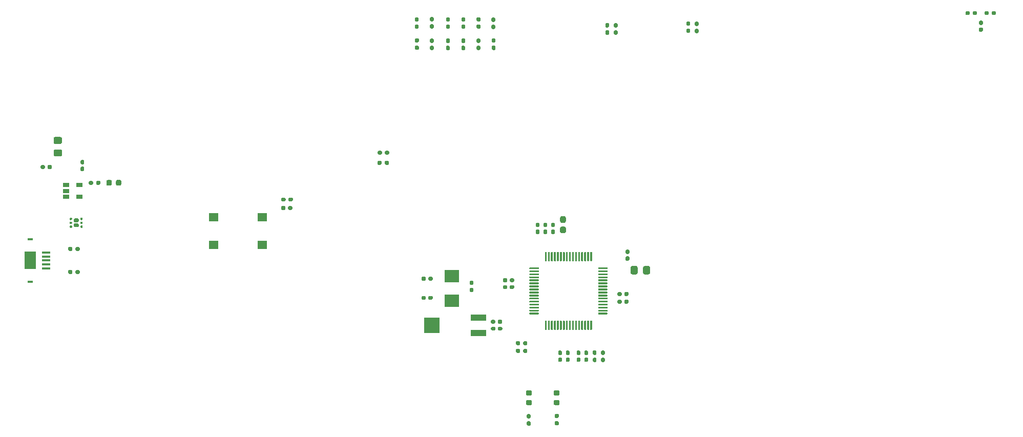
<source format=gbp>
G04 #@! TF.GenerationSoftware,KiCad,Pcbnew,(5.1.9)-1*
G04 #@! TF.CreationDate,2021-06-08T08:05:01+01:00*
G04 #@! TF.ProjectId,LED_Board,4c45445f-426f-4617-9264-2e6b69636164,rev?*
G04 #@! TF.SameCoordinates,Original*
G04 #@! TF.FileFunction,Paste,Bot*
G04 #@! TF.FilePolarity,Positive*
%FSLAX46Y46*%
G04 Gerber Fmt 4.6, Leading zero omitted, Abs format (unit mm)*
G04 Created by KiCad (PCBNEW (5.1.9)-1) date 2021-06-08 08:05:01*
%MOMM*%
%LPD*%
G01*
G04 APERTURE LIST*
%ADD10R,1.350000X0.400000*%
%ADD11R,1.900000X2.900000*%
%ADD12R,0.850000X0.300000*%
%ADD13R,1.060000X0.650000*%
%ADD14R,2.500000X2.500000*%
%ADD15R,2.500000X1.000000*%
%ADD16R,2.400000X2.000000*%
%ADD17R,1.600000X1.400000*%
G04 APERTURE END LIST*
D10*
X73617200Y-131894100D03*
X73617200Y-131244100D03*
X73617200Y-130594100D03*
X73617200Y-129294100D03*
X73617200Y-129944100D03*
D11*
X70942200Y-130594100D03*
D12*
X70942200Y-127094100D03*
X70942200Y-134094100D03*
G36*
G01*
X166491900Y-93284000D02*
X166171900Y-93284000D01*
G75*
G02*
X166011900Y-93124000I0J160000D01*
G01*
X166011900Y-92729000D01*
G75*
G02*
X166171900Y-92569000I160000J0D01*
G01*
X166491900Y-92569000D01*
G75*
G02*
X166651900Y-92729000I0J-160000D01*
G01*
X166651900Y-93124000D01*
G75*
G02*
X166491900Y-93284000I-160000J0D01*
G01*
G37*
G36*
G01*
X166491900Y-92089000D02*
X166171900Y-92089000D01*
G75*
G02*
X166011900Y-91929000I0J160000D01*
G01*
X166011900Y-91534000D01*
G75*
G02*
X166171900Y-91374000I160000J0D01*
G01*
X166491900Y-91374000D01*
G75*
G02*
X166651900Y-91534000I0J-160000D01*
G01*
X166651900Y-91929000D01*
G75*
G02*
X166491900Y-92089000I-160000J0D01*
G01*
G37*
G36*
G01*
X167568900Y-92569000D02*
X167888900Y-92569000D01*
G75*
G02*
X168048900Y-92729000I0J-160000D01*
G01*
X168048900Y-93124000D01*
G75*
G02*
X167888900Y-93284000I-160000J0D01*
G01*
X167568900Y-93284000D01*
G75*
G02*
X167408900Y-93124000I0J160000D01*
G01*
X167408900Y-92729000D01*
G75*
G02*
X167568900Y-92569000I160000J0D01*
G01*
G37*
G36*
G01*
X167568900Y-91374000D02*
X167888900Y-91374000D01*
G75*
G02*
X168048900Y-91534000I0J-160000D01*
G01*
X168048900Y-91929000D01*
G75*
G02*
X167888900Y-92089000I-160000J0D01*
G01*
X167568900Y-92089000D01*
G75*
G02*
X167408900Y-91929000I0J160000D01*
G01*
X167408900Y-91534000D01*
G75*
G02*
X167568900Y-91374000I160000J0D01*
G01*
G37*
G36*
G01*
X169135400Y-136299000D02*
X169135400Y-135989000D01*
G75*
G02*
X169290400Y-135834000I155000J0D01*
G01*
X169715400Y-135834000D01*
G75*
G02*
X169870400Y-135989000I0J-155000D01*
G01*
X169870400Y-136299000D01*
G75*
G02*
X169715400Y-136454000I-155000J0D01*
G01*
X169290400Y-136454000D01*
G75*
G02*
X169135400Y-136299000I0J155000D01*
G01*
G37*
G36*
G01*
X168000400Y-136299000D02*
X168000400Y-135989000D01*
G75*
G02*
X168155400Y-135834000I155000J0D01*
G01*
X168580400Y-135834000D01*
G75*
G02*
X168735400Y-135989000I0J-155000D01*
G01*
X168735400Y-136299000D01*
G75*
G02*
X168580400Y-136454000I-155000J0D01*
G01*
X168155400Y-136454000D01*
G75*
G02*
X168000400Y-136299000I0J155000D01*
G01*
G37*
G36*
G01*
X149812400Y-134846000D02*
X149812400Y-135156000D01*
G75*
G02*
X149657400Y-135311000I-155000J0D01*
G01*
X149232400Y-135311000D01*
G75*
G02*
X149077400Y-135156000I0J155000D01*
G01*
X149077400Y-134846000D01*
G75*
G02*
X149232400Y-134691000I155000J0D01*
G01*
X149657400Y-134691000D01*
G75*
G02*
X149812400Y-134846000I0J-155000D01*
G01*
G37*
G36*
G01*
X150947400Y-134846000D02*
X150947400Y-135156000D01*
G75*
G02*
X150792400Y-135311000I-155000J0D01*
G01*
X150367400Y-135311000D01*
G75*
G02*
X150212400Y-135156000I0J155000D01*
G01*
X150212400Y-134846000D01*
G75*
G02*
X150367400Y-134691000I155000J0D01*
G01*
X150792400Y-134691000D01*
G75*
G02*
X150947400Y-134846000I0J-155000D01*
G01*
G37*
G36*
G01*
X168000400Y-137569000D02*
X168000400Y-137259000D01*
G75*
G02*
X168155400Y-137104000I155000J0D01*
G01*
X168580400Y-137104000D01*
G75*
G02*
X168735400Y-137259000I0J-155000D01*
G01*
X168735400Y-137569000D01*
G75*
G02*
X168580400Y-137724000I-155000J0D01*
G01*
X168155400Y-137724000D01*
G75*
G02*
X168000400Y-137569000I0J155000D01*
G01*
G37*
G36*
G01*
X169135400Y-137569000D02*
X169135400Y-137259000D01*
G75*
G02*
X169290400Y-137104000I155000J0D01*
G01*
X169715400Y-137104000D01*
G75*
G02*
X169870400Y-137259000I0J-155000D01*
G01*
X169870400Y-137569000D01*
G75*
G02*
X169715400Y-137724000I-155000J0D01*
G01*
X169290400Y-137724000D01*
G75*
G02*
X169135400Y-137569000I0J155000D01*
G01*
G37*
G36*
G01*
X158366400Y-146631000D02*
X158676400Y-146631000D01*
G75*
G02*
X158831400Y-146786000I0J-155000D01*
G01*
X158831400Y-147211000D01*
G75*
G02*
X158676400Y-147366000I-155000J0D01*
G01*
X158366400Y-147366000D01*
G75*
G02*
X158211400Y-147211000I0J155000D01*
G01*
X158211400Y-146786000D01*
G75*
G02*
X158366400Y-146631000I155000J0D01*
G01*
G37*
G36*
G01*
X158366400Y-145496000D02*
X158676400Y-145496000D01*
G75*
G02*
X158831400Y-145651000I0J-155000D01*
G01*
X158831400Y-146076000D01*
G75*
G02*
X158676400Y-146231000I-155000J0D01*
G01*
X158366400Y-146231000D01*
G75*
G02*
X158211400Y-146076000I0J155000D01*
G01*
X158211400Y-145651000D01*
G75*
G02*
X158366400Y-145496000I155000J0D01*
G01*
G37*
G36*
G01*
X137485400Y-136624000D02*
X137485400Y-136934000D01*
G75*
G02*
X137330400Y-137089000I-155000J0D01*
G01*
X136905400Y-137089000D01*
G75*
G02*
X136750400Y-136934000I0J155000D01*
G01*
X136750400Y-136624000D01*
G75*
G02*
X136905400Y-136469000I155000J0D01*
G01*
X137330400Y-136469000D01*
G75*
G02*
X137485400Y-136624000I0J-155000D01*
G01*
G37*
G36*
G01*
X136350400Y-136624000D02*
X136350400Y-136934000D01*
G75*
G02*
X136195400Y-137089000I-155000J0D01*
G01*
X135770400Y-137089000D01*
G75*
G02*
X135615400Y-136934000I0J155000D01*
G01*
X135615400Y-136624000D01*
G75*
G02*
X135770400Y-136469000I155000J0D01*
G01*
X136195400Y-136469000D01*
G75*
G02*
X136350400Y-136624000I0J-155000D01*
G01*
G37*
G36*
G01*
X159254200Y-126089700D02*
X158779200Y-126089700D01*
G75*
G02*
X158541700Y-125852200I0J237500D01*
G01*
X158541700Y-125252200D01*
G75*
G02*
X158779200Y-125014700I237500J0D01*
G01*
X159254200Y-125014700D01*
G75*
G02*
X159491700Y-125252200I0J-237500D01*
G01*
X159491700Y-125852200D01*
G75*
G02*
X159254200Y-126089700I-237500J0D01*
G01*
G37*
G36*
G01*
X159254200Y-124364700D02*
X158779200Y-124364700D01*
G75*
G02*
X158541700Y-124127200I0J237500D01*
G01*
X158541700Y-123527200D01*
G75*
G02*
X158779200Y-123289700I237500J0D01*
G01*
X159254200Y-123289700D01*
G75*
G02*
X159491700Y-123527200I0J-237500D01*
G01*
X159491700Y-124127200D01*
G75*
G02*
X159254200Y-124364700I-237500J0D01*
G01*
G37*
G36*
G01*
X136350400Y-133449000D02*
X136350400Y-133759000D01*
G75*
G02*
X136195400Y-133914000I-155000J0D01*
G01*
X135770400Y-133914000D01*
G75*
G02*
X135615400Y-133759000I0J155000D01*
G01*
X135615400Y-133449000D01*
G75*
G02*
X135770400Y-133294000I155000J0D01*
G01*
X136195400Y-133294000D01*
G75*
G02*
X136350400Y-133449000I0J-155000D01*
G01*
G37*
G36*
G01*
X137485400Y-133449000D02*
X137485400Y-133759000D01*
G75*
G02*
X137330400Y-133914000I-155000J0D01*
G01*
X136905400Y-133914000D01*
G75*
G02*
X136750400Y-133759000I0J155000D01*
G01*
X136750400Y-133449000D01*
G75*
G02*
X136905400Y-133294000I155000J0D01*
G01*
X137330400Y-133294000D01*
G75*
G02*
X137485400Y-133449000I0J-155000D01*
G01*
G37*
G36*
G01*
X148247900Y-142014000D02*
X148247900Y-141704000D01*
G75*
G02*
X148402900Y-141549000I155000J0D01*
G01*
X148827900Y-141549000D01*
G75*
G02*
X148982900Y-141704000I0J-155000D01*
G01*
X148982900Y-142014000D01*
G75*
G02*
X148827900Y-142169000I-155000J0D01*
G01*
X148402900Y-142169000D01*
G75*
G02*
X148247900Y-142014000I0J155000D01*
G01*
G37*
G36*
G01*
X147112900Y-142014000D02*
X147112900Y-141704000D01*
G75*
G02*
X147267900Y-141549000I155000J0D01*
G01*
X147692900Y-141549000D01*
G75*
G02*
X147847900Y-141704000I0J-155000D01*
G01*
X147847900Y-142014000D01*
G75*
G02*
X147692900Y-142169000I-155000J0D01*
G01*
X147267900Y-142169000D01*
G75*
G02*
X147112900Y-142014000I0J155000D01*
G01*
G37*
G36*
G01*
X162684400Y-146631000D02*
X162994400Y-146631000D01*
G75*
G02*
X163149400Y-146786000I0J-155000D01*
G01*
X163149400Y-147211000D01*
G75*
G02*
X162994400Y-147366000I-155000J0D01*
G01*
X162684400Y-147366000D01*
G75*
G02*
X162529400Y-147211000I0J155000D01*
G01*
X162529400Y-146786000D01*
G75*
G02*
X162684400Y-146631000I155000J0D01*
G01*
G37*
G36*
G01*
X162684400Y-145496000D02*
X162994400Y-145496000D01*
G75*
G02*
X163149400Y-145651000I0J-155000D01*
G01*
X163149400Y-146076000D01*
G75*
G02*
X162994400Y-146231000I-155000J0D01*
G01*
X162684400Y-146231000D01*
G75*
G02*
X162529400Y-146076000I0J155000D01*
G01*
X162529400Y-145651000D01*
G75*
G02*
X162684400Y-145496000I155000J0D01*
G01*
G37*
G36*
G01*
X148974900Y-140561000D02*
X148974900Y-140871000D01*
G75*
G02*
X148819900Y-141026000I-155000J0D01*
G01*
X148394900Y-141026000D01*
G75*
G02*
X148239900Y-140871000I0J155000D01*
G01*
X148239900Y-140561000D01*
G75*
G02*
X148394900Y-140406000I155000J0D01*
G01*
X148819900Y-140406000D01*
G75*
G02*
X148974900Y-140561000I0J-155000D01*
G01*
G37*
G36*
G01*
X147839900Y-140561000D02*
X147839900Y-140871000D01*
G75*
G02*
X147684900Y-141026000I-155000J0D01*
G01*
X147259900Y-141026000D01*
G75*
G02*
X147104900Y-140871000I0J155000D01*
G01*
X147104900Y-140561000D01*
G75*
G02*
X147259900Y-140406000I155000J0D01*
G01*
X147684900Y-140406000D01*
G75*
G02*
X147839900Y-140561000I0J-155000D01*
G01*
G37*
G36*
G01*
X157520700Y-126233200D02*
X157210700Y-126233200D01*
G75*
G02*
X157055700Y-126078200I0J155000D01*
G01*
X157055700Y-125653200D01*
G75*
G02*
X157210700Y-125498200I155000J0D01*
G01*
X157520700Y-125498200D01*
G75*
G02*
X157675700Y-125653200I0J-155000D01*
G01*
X157675700Y-126078200D01*
G75*
G02*
X157520700Y-126233200I-155000J0D01*
G01*
G37*
G36*
G01*
X157520700Y-125098200D02*
X157210700Y-125098200D01*
G75*
G02*
X157055700Y-124943200I0J155000D01*
G01*
X157055700Y-124518200D01*
G75*
G02*
X157210700Y-124363200I155000J0D01*
G01*
X157520700Y-124363200D01*
G75*
G02*
X157675700Y-124518200I0J-155000D01*
G01*
X157675700Y-124943200D01*
G75*
G02*
X157520700Y-125098200I-155000J0D01*
G01*
G37*
G36*
G01*
X161414400Y-146631000D02*
X161724400Y-146631000D01*
G75*
G02*
X161879400Y-146786000I0J-155000D01*
G01*
X161879400Y-147211000D01*
G75*
G02*
X161724400Y-147366000I-155000J0D01*
G01*
X161414400Y-147366000D01*
G75*
G02*
X161259400Y-147211000I0J155000D01*
G01*
X161259400Y-146786000D01*
G75*
G02*
X161414400Y-146631000I155000J0D01*
G01*
G37*
G36*
G01*
X161414400Y-145496000D02*
X161724400Y-145496000D01*
G75*
G02*
X161879400Y-145651000I0J-155000D01*
G01*
X161879400Y-146076000D01*
G75*
G02*
X161724400Y-146231000I-155000J0D01*
G01*
X161414400Y-146231000D01*
G75*
G02*
X161259400Y-146076000I0J155000D01*
G01*
X161259400Y-145651000D01*
G75*
G02*
X161414400Y-145496000I155000J0D01*
G01*
G37*
G36*
G01*
X169827000Y-130652800D02*
X169517000Y-130652800D01*
G75*
G02*
X169362000Y-130497800I0J155000D01*
G01*
X169362000Y-130072800D01*
G75*
G02*
X169517000Y-129917800I155000J0D01*
G01*
X169827000Y-129917800D01*
G75*
G02*
X169982000Y-130072800I0J-155000D01*
G01*
X169982000Y-130497800D01*
G75*
G02*
X169827000Y-130652800I-155000J0D01*
G01*
G37*
G36*
G01*
X169827000Y-129517800D02*
X169517000Y-129517800D01*
G75*
G02*
X169362000Y-129362800I0J155000D01*
G01*
X169362000Y-128937800D01*
G75*
G02*
X169517000Y-128782800I155000J0D01*
G01*
X169827000Y-128782800D01*
G75*
G02*
X169982000Y-128937800I0J-155000D01*
G01*
X169982000Y-129362800D01*
G75*
G02*
X169827000Y-129517800I-155000J0D01*
G01*
G37*
G36*
G01*
X156250700Y-126233200D02*
X155940700Y-126233200D01*
G75*
G02*
X155785700Y-126078200I0J155000D01*
G01*
X155785700Y-125653200D01*
G75*
G02*
X155940700Y-125498200I155000J0D01*
G01*
X156250700Y-125498200D01*
G75*
G02*
X156405700Y-125653200I0J-155000D01*
G01*
X156405700Y-126078200D01*
G75*
G02*
X156250700Y-126233200I-155000J0D01*
G01*
G37*
G36*
G01*
X156250700Y-125098200D02*
X155940700Y-125098200D01*
G75*
G02*
X155785700Y-124943200I0J155000D01*
G01*
X155785700Y-124518200D01*
G75*
G02*
X155940700Y-124363200I155000J0D01*
G01*
X156250700Y-124363200D01*
G75*
G02*
X156405700Y-124518200I0J-155000D01*
G01*
X156405700Y-124943200D01*
G75*
G02*
X156250700Y-125098200I-155000J0D01*
G01*
G37*
G36*
G01*
X150947400Y-133703000D02*
X150947400Y-134013000D01*
G75*
G02*
X150792400Y-134168000I-155000J0D01*
G01*
X150367400Y-134168000D01*
G75*
G02*
X150212400Y-134013000I0J155000D01*
G01*
X150212400Y-133703000D01*
G75*
G02*
X150367400Y-133548000I155000J0D01*
G01*
X150792400Y-133548000D01*
G75*
G02*
X150947400Y-133703000I0J-155000D01*
G01*
G37*
G36*
G01*
X149812400Y-133703000D02*
X149812400Y-134013000D01*
G75*
G02*
X149657400Y-134168000I-155000J0D01*
G01*
X149232400Y-134168000D01*
G75*
G02*
X149077400Y-134013000I0J155000D01*
G01*
X149077400Y-133703000D01*
G75*
G02*
X149232400Y-133548000I155000J0D01*
G01*
X149657400Y-133548000D01*
G75*
G02*
X149812400Y-133703000I0J-155000D01*
G01*
G37*
G36*
G01*
X159636400Y-146631000D02*
X159946400Y-146631000D01*
G75*
G02*
X160101400Y-146786000I0J-155000D01*
G01*
X160101400Y-147211000D01*
G75*
G02*
X159946400Y-147366000I-155000J0D01*
G01*
X159636400Y-147366000D01*
G75*
G02*
X159481400Y-147211000I0J155000D01*
G01*
X159481400Y-146786000D01*
G75*
G02*
X159636400Y-146631000I155000J0D01*
G01*
G37*
G36*
G01*
X159636400Y-145496000D02*
X159946400Y-145496000D01*
G75*
G02*
X160101400Y-145651000I0J-155000D01*
G01*
X160101400Y-146076000D01*
G75*
G02*
X159946400Y-146231000I-155000J0D01*
G01*
X159636400Y-146231000D01*
G75*
G02*
X159481400Y-146076000I0J155000D01*
G01*
X159481400Y-145651000D01*
G75*
G02*
X159636400Y-145496000I155000J0D01*
G01*
G37*
G36*
G01*
X227937000Y-90949500D02*
X228247000Y-90949500D01*
G75*
G02*
X228402000Y-91104500I0J-155000D01*
G01*
X228402000Y-91529500D01*
G75*
G02*
X228247000Y-91684500I-155000J0D01*
G01*
X227937000Y-91684500D01*
G75*
G02*
X227782000Y-91529500I0J155000D01*
G01*
X227782000Y-91104500D01*
G75*
G02*
X227937000Y-90949500I155000J0D01*
G01*
G37*
G36*
G01*
X227937000Y-92084500D02*
X228247000Y-92084500D01*
G75*
G02*
X228402000Y-92239500I0J-155000D01*
G01*
X228402000Y-92664500D01*
G75*
G02*
X228247000Y-92819500I-155000J0D01*
G01*
X227937000Y-92819500D01*
G75*
G02*
X227782000Y-92664500I0J155000D01*
G01*
X227782000Y-92239500D01*
G75*
G02*
X227937000Y-92084500I155000J0D01*
G01*
G37*
G36*
G01*
X154980700Y-126233200D02*
X154670700Y-126233200D01*
G75*
G02*
X154515700Y-126078200I0J155000D01*
G01*
X154515700Y-125653200D01*
G75*
G02*
X154670700Y-125498200I155000J0D01*
G01*
X154980700Y-125498200D01*
G75*
G02*
X155135700Y-125653200I0J-155000D01*
G01*
X155135700Y-126078200D01*
G75*
G02*
X154980700Y-126233200I-155000J0D01*
G01*
G37*
G36*
G01*
X154980700Y-125098200D02*
X154670700Y-125098200D01*
G75*
G02*
X154515700Y-124943200I0J155000D01*
G01*
X154515700Y-124518200D01*
G75*
G02*
X154670700Y-124363200I155000J0D01*
G01*
X154980700Y-124363200D01*
G75*
G02*
X155135700Y-124518200I0J-155000D01*
G01*
X155135700Y-124943200D01*
G75*
G02*
X154980700Y-125098200I-155000J0D01*
G01*
G37*
G36*
G01*
X79733200Y-115844600D02*
X79423200Y-115844600D01*
G75*
G02*
X79268200Y-115689600I0J155000D01*
G01*
X79268200Y-115264600D01*
G75*
G02*
X79423200Y-115109600I155000J0D01*
G01*
X79733200Y-115109600D01*
G75*
G02*
X79888200Y-115264600I0J-155000D01*
G01*
X79888200Y-115689600D01*
G75*
G02*
X79733200Y-115844600I-155000J0D01*
G01*
G37*
G36*
G01*
X79733200Y-114709600D02*
X79423200Y-114709600D01*
G75*
G02*
X79268200Y-114554600I0J155000D01*
G01*
X79268200Y-114129600D01*
G75*
G02*
X79423200Y-113974600I155000J0D01*
G01*
X79733200Y-113974600D01*
G75*
G02*
X79888200Y-114129600I0J-155000D01*
G01*
X79888200Y-114554600D01*
G75*
G02*
X79733200Y-114709600I-155000J0D01*
G01*
G37*
G36*
G01*
X73409200Y-115008600D02*
X73409200Y-115318600D01*
G75*
G02*
X73254200Y-115473600I-155000J0D01*
G01*
X72829200Y-115473600D01*
G75*
G02*
X72674200Y-115318600I0J155000D01*
G01*
X72674200Y-115008600D01*
G75*
G02*
X72829200Y-114853600I155000J0D01*
G01*
X73254200Y-114853600D01*
G75*
G02*
X73409200Y-115008600I0J-155000D01*
G01*
G37*
G36*
G01*
X74544200Y-115008600D02*
X74544200Y-115318600D01*
G75*
G02*
X74389200Y-115473600I-155000J0D01*
G01*
X73964200Y-115473600D01*
G75*
G02*
X73809200Y-115318600I0J155000D01*
G01*
X73809200Y-115008600D01*
G75*
G02*
X73964200Y-114853600I155000J0D01*
G01*
X74389200Y-114853600D01*
G75*
G02*
X74544200Y-115008600I0J-155000D01*
G01*
G37*
G36*
G01*
X112416500Y-122075000D02*
X112416500Y-121765000D01*
G75*
G02*
X112571500Y-121610000I155000J0D01*
G01*
X112996500Y-121610000D01*
G75*
G02*
X113151500Y-121765000I0J-155000D01*
G01*
X113151500Y-122075000D01*
G75*
G02*
X112996500Y-122230000I-155000J0D01*
G01*
X112571500Y-122230000D01*
G75*
G02*
X112416500Y-122075000I0J155000D01*
G01*
G37*
G36*
G01*
X113551500Y-122075000D02*
X113551500Y-121765000D01*
G75*
G02*
X113706500Y-121610000I155000J0D01*
G01*
X114131500Y-121610000D01*
G75*
G02*
X114286500Y-121765000I0J-155000D01*
G01*
X114286500Y-122075000D01*
G75*
G02*
X114131500Y-122230000I-155000J0D01*
G01*
X113706500Y-122230000D01*
G75*
G02*
X113551500Y-122075000I0J155000D01*
G01*
G37*
G36*
G01*
X158218850Y-154514000D02*
X157706350Y-154514000D01*
G75*
G02*
X157487600Y-154295250I0J218750D01*
G01*
X157487600Y-153857750D01*
G75*
G02*
X157706350Y-153639000I218750J0D01*
G01*
X158218850Y-153639000D01*
G75*
G02*
X158437600Y-153857750I0J-218750D01*
G01*
X158437600Y-154295250D01*
G75*
G02*
X158218850Y-154514000I-218750J0D01*
G01*
G37*
G36*
G01*
X158218850Y-152939000D02*
X157706350Y-152939000D01*
G75*
G02*
X157487600Y-152720250I0J218750D01*
G01*
X157487600Y-152282750D01*
G75*
G02*
X157706350Y-152064000I218750J0D01*
G01*
X158218850Y-152064000D01*
G75*
G02*
X158437600Y-152282750I0J-218750D01*
G01*
X158437600Y-152720250D01*
G75*
G02*
X158218850Y-152939000I-218750J0D01*
G01*
G37*
G36*
G01*
X153646850Y-152939000D02*
X153134350Y-152939000D01*
G75*
G02*
X152915600Y-152720250I0J218750D01*
G01*
X152915600Y-152282750D01*
G75*
G02*
X153134350Y-152064000I218750J0D01*
G01*
X153646850Y-152064000D01*
G75*
G02*
X153865600Y-152282750I0J-218750D01*
G01*
X153865600Y-152720250D01*
G75*
G02*
X153646850Y-152939000I-218750J0D01*
G01*
G37*
G36*
G01*
X153646850Y-154514000D02*
X153134350Y-154514000D01*
G75*
G02*
X152915600Y-154295250I0J218750D01*
G01*
X152915600Y-153857750D01*
G75*
G02*
X153134350Y-153639000I218750J0D01*
G01*
X153646850Y-153639000D01*
G75*
G02*
X153865600Y-153857750I0J-218750D01*
G01*
X153865600Y-154295250D01*
G75*
G02*
X153646850Y-154514000I-218750J0D01*
G01*
G37*
G36*
G01*
X86010200Y-117510850D02*
X86010200Y-118023350D01*
G75*
G02*
X85791450Y-118242100I-218750J0D01*
G01*
X85353950Y-118242100D01*
G75*
G02*
X85135200Y-118023350I0J218750D01*
G01*
X85135200Y-117510850D01*
G75*
G02*
X85353950Y-117292100I218750J0D01*
G01*
X85791450Y-117292100D01*
G75*
G02*
X86010200Y-117510850I0J-218750D01*
G01*
G37*
G36*
G01*
X84435200Y-117510850D02*
X84435200Y-118023350D01*
G75*
G02*
X84216450Y-118242100I-218750J0D01*
G01*
X83778950Y-118242100D01*
G75*
G02*
X83560200Y-118023350I0J218750D01*
G01*
X83560200Y-117510850D01*
G75*
G02*
X83778950Y-117292100I218750J0D01*
G01*
X84216450Y-117292100D01*
G75*
G02*
X84435200Y-117510850I0J-218750D01*
G01*
G37*
G36*
G01*
X171355600Y-131756999D02*
X171355600Y-132657001D01*
G75*
G02*
X171105601Y-132907000I-249999J0D01*
G01*
X170455599Y-132907000D01*
G75*
G02*
X170205600Y-132657001I0J249999D01*
G01*
X170205600Y-131756999D01*
G75*
G02*
X170455599Y-131507000I249999J0D01*
G01*
X171105601Y-131507000D01*
G75*
G02*
X171355600Y-131756999I0J-249999D01*
G01*
G37*
G36*
G01*
X173405600Y-131756999D02*
X173405600Y-132657001D01*
G75*
G02*
X173155601Y-132907000I-249999J0D01*
G01*
X172505599Y-132907000D01*
G75*
G02*
X172255600Y-132657001I0J249999D01*
G01*
X172255600Y-131756999D01*
G75*
G02*
X172505599Y-131507000I249999J0D01*
G01*
X173155601Y-131507000D01*
G75*
G02*
X173405600Y-131756999I0J-249999D01*
G01*
G37*
G36*
G01*
X75064199Y-110198100D02*
X75964201Y-110198100D01*
G75*
G02*
X76214200Y-110448099I0J-249999D01*
G01*
X76214200Y-111098101D01*
G75*
G02*
X75964201Y-111348100I-249999J0D01*
G01*
X75064199Y-111348100D01*
G75*
G02*
X74814200Y-111098101I0J249999D01*
G01*
X74814200Y-110448099D01*
G75*
G02*
X75064199Y-110198100I249999J0D01*
G01*
G37*
G36*
G01*
X75064199Y-112248100D02*
X75964201Y-112248100D01*
G75*
G02*
X76214200Y-112498099I0J-249999D01*
G01*
X76214200Y-113148101D01*
G75*
G02*
X75964201Y-113398100I-249999J0D01*
G01*
X75064199Y-113398100D01*
G75*
G02*
X74814200Y-113148101I0J249999D01*
G01*
X74814200Y-112498099D01*
G75*
G02*
X75064199Y-112248100I249999J0D01*
G01*
G37*
G36*
G01*
X165793400Y-146191000D02*
X165473400Y-146191000D01*
G75*
G02*
X165313400Y-146031000I0J160000D01*
G01*
X165313400Y-145636000D01*
G75*
G02*
X165473400Y-145476000I160000J0D01*
G01*
X165793400Y-145476000D01*
G75*
G02*
X165953400Y-145636000I0J-160000D01*
G01*
X165953400Y-146031000D01*
G75*
G02*
X165793400Y-146191000I-160000J0D01*
G01*
G37*
G36*
G01*
X165793400Y-147386000D02*
X165473400Y-147386000D01*
G75*
G02*
X165313400Y-147226000I0J160000D01*
G01*
X165313400Y-146831000D01*
G75*
G02*
X165473400Y-146671000I160000J0D01*
G01*
X165793400Y-146671000D01*
G75*
G02*
X165953400Y-146831000I0J-160000D01*
G01*
X165953400Y-147226000D01*
G75*
G02*
X165793400Y-147386000I-160000J0D01*
G01*
G37*
G36*
G01*
X180954700Y-91132100D02*
X181274700Y-91132100D01*
G75*
G02*
X181434700Y-91292100I0J-160000D01*
G01*
X181434700Y-91687100D01*
G75*
G02*
X181274700Y-91847100I-160000J0D01*
G01*
X180954700Y-91847100D01*
G75*
G02*
X180794700Y-91687100I0J160000D01*
G01*
X180794700Y-91292100D01*
G75*
G02*
X180954700Y-91132100I160000J0D01*
G01*
G37*
G36*
G01*
X180954700Y-92327100D02*
X181274700Y-92327100D01*
G75*
G02*
X181434700Y-92487100I0J-160000D01*
G01*
X181434700Y-92882100D01*
G75*
G02*
X181274700Y-93042100I-160000J0D01*
G01*
X180954700Y-93042100D01*
G75*
G02*
X180794700Y-92882100I0J160000D01*
G01*
X180794700Y-92487100D01*
G75*
G02*
X180954700Y-92327100I160000J0D01*
G01*
G37*
G36*
G01*
X179877700Y-91809600D02*
X179557700Y-91809600D01*
G75*
G02*
X179397700Y-91649600I0J160000D01*
G01*
X179397700Y-91254600D01*
G75*
G02*
X179557700Y-91094600I160000J0D01*
G01*
X179877700Y-91094600D01*
G75*
G02*
X180037700Y-91254600I0J-160000D01*
G01*
X180037700Y-91649600D01*
G75*
G02*
X179877700Y-91809600I-160000J0D01*
G01*
G37*
G36*
G01*
X179877700Y-93004600D02*
X179557700Y-93004600D01*
G75*
G02*
X179397700Y-92844600I0J160000D01*
G01*
X179397700Y-92449600D01*
G75*
G02*
X179557700Y-92289600I160000J0D01*
G01*
X179877700Y-92289600D01*
G75*
G02*
X180037700Y-92449600I0J-160000D01*
G01*
X180037700Y-92844600D01*
G75*
G02*
X179877700Y-93004600I-160000J0D01*
G01*
G37*
G36*
G01*
X164396400Y-147386000D02*
X164076400Y-147386000D01*
G75*
G02*
X163916400Y-147226000I0J160000D01*
G01*
X163916400Y-146831000D01*
G75*
G02*
X164076400Y-146671000I160000J0D01*
G01*
X164396400Y-146671000D01*
G75*
G02*
X164556400Y-146831000I0J-160000D01*
G01*
X164556400Y-147226000D01*
G75*
G02*
X164396400Y-147386000I-160000J0D01*
G01*
G37*
G36*
G01*
X164396400Y-146191000D02*
X164076400Y-146191000D01*
G75*
G02*
X163916400Y-146031000I0J160000D01*
G01*
X163916400Y-145636000D01*
G75*
G02*
X164076400Y-145476000I160000J0D01*
G01*
X164396400Y-145476000D01*
G75*
G02*
X164556400Y-145636000I0J-160000D01*
G01*
X164556400Y-146031000D01*
G75*
G02*
X164396400Y-146191000I-160000J0D01*
G01*
G37*
G36*
G01*
X151216400Y-145702000D02*
X151216400Y-145382000D01*
G75*
G02*
X151376400Y-145222000I160000J0D01*
G01*
X151771400Y-145222000D01*
G75*
G02*
X151931400Y-145382000I0J-160000D01*
G01*
X151931400Y-145702000D01*
G75*
G02*
X151771400Y-145862000I-160000J0D01*
G01*
X151376400Y-145862000D01*
G75*
G02*
X151216400Y-145702000I0J160000D01*
G01*
G37*
G36*
G01*
X152411400Y-145702000D02*
X152411400Y-145382000D01*
G75*
G02*
X152571400Y-145222000I160000J0D01*
G01*
X152966400Y-145222000D01*
G75*
G02*
X153126400Y-145382000I0J-160000D01*
G01*
X153126400Y-145702000D01*
G75*
G02*
X152966400Y-145862000I-160000J0D01*
G01*
X152571400Y-145862000D01*
G75*
G02*
X152411400Y-145702000I0J160000D01*
G01*
G37*
G36*
G01*
X151931400Y-144112000D02*
X151931400Y-144432000D01*
G75*
G02*
X151771400Y-144592000I-160000J0D01*
G01*
X151376400Y-144592000D01*
G75*
G02*
X151216400Y-144432000I0J160000D01*
G01*
X151216400Y-144112000D01*
G75*
G02*
X151376400Y-143952000I160000J0D01*
G01*
X151771400Y-143952000D01*
G75*
G02*
X151931400Y-144112000I0J-160000D01*
G01*
G37*
G36*
G01*
X153126400Y-144112000D02*
X153126400Y-144432000D01*
G75*
G02*
X152966400Y-144592000I-160000J0D01*
G01*
X152571400Y-144592000D01*
G75*
G02*
X152411400Y-144432000I0J160000D01*
G01*
X152411400Y-144112000D01*
G75*
G02*
X152571400Y-143952000I160000J0D01*
G01*
X152966400Y-143952000D01*
G75*
G02*
X153126400Y-144112000I0J-160000D01*
G01*
G37*
G36*
G01*
X157828000Y-157135800D02*
X158148000Y-157135800D01*
G75*
G02*
X158308000Y-157295800I0J-160000D01*
G01*
X158308000Y-157690800D01*
G75*
G02*
X158148000Y-157850800I-160000J0D01*
G01*
X157828000Y-157850800D01*
G75*
G02*
X157668000Y-157690800I0J160000D01*
G01*
X157668000Y-157295800D01*
G75*
G02*
X157828000Y-157135800I160000J0D01*
G01*
G37*
G36*
G01*
X157828000Y-155940800D02*
X158148000Y-155940800D01*
G75*
G02*
X158308000Y-156100800I0J-160000D01*
G01*
X158308000Y-156495800D01*
G75*
G02*
X158148000Y-156655800I-160000J0D01*
G01*
X157828000Y-156655800D01*
G75*
G02*
X157668000Y-156495800I0J160000D01*
G01*
X157668000Y-156100800D01*
G75*
G02*
X157828000Y-155940800I160000J0D01*
G01*
G37*
G36*
G01*
X153205200Y-157186600D02*
X153525200Y-157186600D01*
G75*
G02*
X153685200Y-157346600I0J-160000D01*
G01*
X153685200Y-157741600D01*
G75*
G02*
X153525200Y-157901600I-160000J0D01*
G01*
X153205200Y-157901600D01*
G75*
G02*
X153045200Y-157741600I0J160000D01*
G01*
X153045200Y-157346600D01*
G75*
G02*
X153205200Y-157186600I160000J0D01*
G01*
G37*
G36*
G01*
X153205200Y-155991600D02*
X153525200Y-155991600D01*
G75*
G02*
X153685200Y-156151600I0J-160000D01*
G01*
X153685200Y-156546600D01*
G75*
G02*
X153525200Y-156706600I-160000J0D01*
G01*
X153205200Y-156706600D01*
G75*
G02*
X153045200Y-156546600I0J160000D01*
G01*
X153045200Y-156151600D01*
G75*
G02*
X153205200Y-155991600I160000J0D01*
G01*
G37*
G36*
G01*
X144076400Y-134634000D02*
X143756400Y-134634000D01*
G75*
G02*
X143596400Y-134474000I0J160000D01*
G01*
X143596400Y-134079000D01*
G75*
G02*
X143756400Y-133919000I160000J0D01*
G01*
X144076400Y-133919000D01*
G75*
G02*
X144236400Y-134079000I0J-160000D01*
G01*
X144236400Y-134474000D01*
G75*
G02*
X144076400Y-134634000I-160000J0D01*
G01*
G37*
G36*
G01*
X144076400Y-135829000D02*
X143756400Y-135829000D01*
G75*
G02*
X143596400Y-135669000I0J160000D01*
G01*
X143596400Y-135274000D01*
G75*
G02*
X143756400Y-135114000I160000J0D01*
G01*
X144076400Y-135114000D01*
G75*
G02*
X144236400Y-135274000I0J-160000D01*
G01*
X144236400Y-135669000D01*
G75*
G02*
X144076400Y-135829000I-160000J0D01*
G01*
G37*
G36*
G01*
X226718500Y-89885500D02*
X226718500Y-89565500D01*
G75*
G02*
X226878500Y-89405500I160000J0D01*
G01*
X227273500Y-89405500D01*
G75*
G02*
X227433500Y-89565500I0J-160000D01*
G01*
X227433500Y-89885500D01*
G75*
G02*
X227273500Y-90045500I-160000J0D01*
G01*
X226878500Y-90045500D01*
G75*
G02*
X226718500Y-89885500I0J160000D01*
G01*
G37*
G36*
G01*
X225523500Y-89885500D02*
X225523500Y-89565500D01*
G75*
G02*
X225683500Y-89405500I160000J0D01*
G01*
X226078500Y-89405500D01*
G75*
G02*
X226238500Y-89565500I0J-160000D01*
G01*
X226238500Y-89885500D01*
G75*
G02*
X226078500Y-90045500I-160000J0D01*
G01*
X225683500Y-90045500D01*
G75*
G02*
X225523500Y-89885500I0J160000D01*
G01*
G37*
G36*
G01*
X230571000Y-89565500D02*
X230571000Y-89885500D01*
G75*
G02*
X230411000Y-90045500I-160000J0D01*
G01*
X230016000Y-90045500D01*
G75*
G02*
X229856000Y-89885500I0J160000D01*
G01*
X229856000Y-89565500D01*
G75*
G02*
X230016000Y-89405500I160000J0D01*
G01*
X230411000Y-89405500D01*
G75*
G02*
X230571000Y-89565500I0J-160000D01*
G01*
G37*
G36*
G01*
X229376000Y-89565500D02*
X229376000Y-89885500D01*
G75*
G02*
X229216000Y-90045500I-160000J0D01*
G01*
X228821000Y-90045500D01*
G75*
G02*
X228661000Y-89885500I0J160000D01*
G01*
X228661000Y-89565500D01*
G75*
G02*
X228821000Y-89405500I160000J0D01*
G01*
X229216000Y-89405500D01*
G75*
G02*
X229376000Y-89565500I0J-160000D01*
G01*
G37*
G36*
G01*
X147708600Y-95811300D02*
X147388600Y-95811300D01*
G75*
G02*
X147228600Y-95651300I0J160000D01*
G01*
X147228600Y-95256300D01*
G75*
G02*
X147388600Y-95096300I160000J0D01*
G01*
X147708600Y-95096300D01*
G75*
G02*
X147868600Y-95256300I0J-160000D01*
G01*
X147868600Y-95651300D01*
G75*
G02*
X147708600Y-95811300I-160000J0D01*
G01*
G37*
G36*
G01*
X147708600Y-94616300D02*
X147388600Y-94616300D01*
G75*
G02*
X147228600Y-94456300I0J160000D01*
G01*
X147228600Y-94061300D01*
G75*
G02*
X147388600Y-93901300I160000J0D01*
G01*
X147708600Y-93901300D01*
G75*
G02*
X147868600Y-94061300I0J-160000D01*
G01*
X147868600Y-94456300D01*
G75*
G02*
X147708600Y-94616300I-160000J0D01*
G01*
G37*
G36*
G01*
X140164800Y-95836700D02*
X139844800Y-95836700D01*
G75*
G02*
X139684800Y-95676700I0J160000D01*
G01*
X139684800Y-95281700D01*
G75*
G02*
X139844800Y-95121700I160000J0D01*
G01*
X140164800Y-95121700D01*
G75*
G02*
X140324800Y-95281700I0J-160000D01*
G01*
X140324800Y-95676700D01*
G75*
G02*
X140164800Y-95836700I-160000J0D01*
G01*
G37*
G36*
G01*
X140164800Y-94641700D02*
X139844800Y-94641700D01*
G75*
G02*
X139684800Y-94481700I0J160000D01*
G01*
X139684800Y-94086700D01*
G75*
G02*
X139844800Y-93926700I160000J0D01*
G01*
X140164800Y-93926700D01*
G75*
G02*
X140324800Y-94086700I0J-160000D01*
G01*
X140324800Y-94481700D01*
G75*
G02*
X140164800Y-94641700I-160000J0D01*
G01*
G37*
G36*
G01*
X81850200Y-117927100D02*
X81850200Y-117607100D01*
G75*
G02*
X82010200Y-117447100I160000J0D01*
G01*
X82405200Y-117447100D01*
G75*
G02*
X82565200Y-117607100I0J-160000D01*
G01*
X82565200Y-117927100D01*
G75*
G02*
X82405200Y-118087100I-160000J0D01*
G01*
X82010200Y-118087100D01*
G75*
G02*
X81850200Y-117927100I0J160000D01*
G01*
G37*
G36*
G01*
X80655200Y-117927100D02*
X80655200Y-117607100D01*
G75*
G02*
X80815200Y-117447100I160000J0D01*
G01*
X81210200Y-117447100D01*
G75*
G02*
X81370200Y-117607100I0J-160000D01*
G01*
X81370200Y-117927100D01*
G75*
G02*
X81210200Y-118087100I-160000J0D01*
G01*
X80815200Y-118087100D01*
G75*
G02*
X80655200Y-117927100I0J160000D01*
G01*
G37*
G36*
G01*
X147363200Y-90446900D02*
X147683200Y-90446900D01*
G75*
G02*
X147843200Y-90606900I0J-160000D01*
G01*
X147843200Y-91001900D01*
G75*
G02*
X147683200Y-91161900I-160000J0D01*
G01*
X147363200Y-91161900D01*
G75*
G02*
X147203200Y-91001900I0J160000D01*
G01*
X147203200Y-90606900D01*
G75*
G02*
X147363200Y-90446900I160000J0D01*
G01*
G37*
G36*
G01*
X147363200Y-91641900D02*
X147683200Y-91641900D01*
G75*
G02*
X147843200Y-91801900I0J-160000D01*
G01*
X147843200Y-92196900D01*
G75*
G02*
X147683200Y-92356900I-160000J0D01*
G01*
X147363200Y-92356900D01*
G75*
G02*
X147203200Y-92196900I0J160000D01*
G01*
X147203200Y-91801900D01*
G75*
G02*
X147363200Y-91641900I160000J0D01*
G01*
G37*
G36*
G01*
X139844800Y-91591100D02*
X140164800Y-91591100D01*
G75*
G02*
X140324800Y-91751100I0J-160000D01*
G01*
X140324800Y-92146100D01*
G75*
G02*
X140164800Y-92306100I-160000J0D01*
G01*
X139844800Y-92306100D01*
G75*
G02*
X139684800Y-92146100I0J160000D01*
G01*
X139684800Y-91751100D01*
G75*
G02*
X139844800Y-91591100I160000J0D01*
G01*
G37*
G36*
G01*
X139844800Y-90396100D02*
X140164800Y-90396100D01*
G75*
G02*
X140324800Y-90556100I0J-160000D01*
G01*
X140324800Y-90951100D01*
G75*
G02*
X140164800Y-91111100I-160000J0D01*
G01*
X139844800Y-91111100D01*
G75*
G02*
X139684800Y-90951100I0J160000D01*
G01*
X139684800Y-90556100D01*
G75*
G02*
X139844800Y-90396100I160000J0D01*
G01*
G37*
G36*
G01*
X145219400Y-95824600D02*
X144899400Y-95824600D01*
G75*
G02*
X144739400Y-95664600I0J160000D01*
G01*
X144739400Y-95269600D01*
G75*
G02*
X144899400Y-95109600I160000J0D01*
G01*
X145219400Y-95109600D01*
G75*
G02*
X145379400Y-95269600I0J-160000D01*
G01*
X145379400Y-95664600D01*
G75*
G02*
X145219400Y-95824600I-160000J0D01*
G01*
G37*
G36*
G01*
X145219400Y-94629600D02*
X144899400Y-94629600D01*
G75*
G02*
X144739400Y-94469600I0J160000D01*
G01*
X144739400Y-94074600D01*
G75*
G02*
X144899400Y-93914600I160000J0D01*
G01*
X145219400Y-93914600D01*
G75*
G02*
X145379400Y-94074600I0J-160000D01*
G01*
X145379400Y-94469600D01*
G75*
G02*
X145219400Y-94629600I-160000J0D01*
G01*
G37*
G36*
G01*
X137497800Y-94641700D02*
X137177800Y-94641700D01*
G75*
G02*
X137017800Y-94481700I0J160000D01*
G01*
X137017800Y-94086700D01*
G75*
G02*
X137177800Y-93926700I160000J0D01*
G01*
X137497800Y-93926700D01*
G75*
G02*
X137657800Y-94086700I0J-160000D01*
G01*
X137657800Y-94481700D01*
G75*
G02*
X137497800Y-94641700I-160000J0D01*
G01*
G37*
G36*
G01*
X137497800Y-95836700D02*
X137177800Y-95836700D01*
G75*
G02*
X137017800Y-95676700I0J160000D01*
G01*
X137017800Y-95281700D01*
G75*
G02*
X137177800Y-95121700I160000J0D01*
G01*
X137497800Y-95121700D01*
G75*
G02*
X137657800Y-95281700I0J-160000D01*
G01*
X137657800Y-95676700D01*
G75*
G02*
X137497800Y-95836700I-160000J0D01*
G01*
G37*
G36*
G01*
X144899400Y-91591100D02*
X145219400Y-91591100D01*
G75*
G02*
X145379400Y-91751100I0J-160000D01*
G01*
X145379400Y-92146100D01*
G75*
G02*
X145219400Y-92306100I-160000J0D01*
G01*
X144899400Y-92306100D01*
G75*
G02*
X144739400Y-92146100I0J160000D01*
G01*
X144739400Y-91751100D01*
G75*
G02*
X144899400Y-91591100I160000J0D01*
G01*
G37*
G36*
G01*
X144899400Y-90396100D02*
X145219400Y-90396100D01*
G75*
G02*
X145379400Y-90556100I0J-160000D01*
G01*
X145379400Y-90951100D01*
G75*
G02*
X145219400Y-91111100I-160000J0D01*
G01*
X144899400Y-91111100D01*
G75*
G02*
X144739400Y-90951100I0J160000D01*
G01*
X144739400Y-90556100D01*
G75*
G02*
X144899400Y-90396100I160000J0D01*
G01*
G37*
G36*
G01*
X137177800Y-91565700D02*
X137497800Y-91565700D01*
G75*
G02*
X137657800Y-91725700I0J-160000D01*
G01*
X137657800Y-92120700D01*
G75*
G02*
X137497800Y-92280700I-160000J0D01*
G01*
X137177800Y-92280700D01*
G75*
G02*
X137017800Y-92120700I0J160000D01*
G01*
X137017800Y-91725700D01*
G75*
G02*
X137177800Y-91565700I160000J0D01*
G01*
G37*
G36*
G01*
X137177800Y-90370700D02*
X137497800Y-90370700D01*
G75*
G02*
X137657800Y-90530700I0J-160000D01*
G01*
X137657800Y-90925700D01*
G75*
G02*
X137497800Y-91085700I-160000J0D01*
G01*
X137177800Y-91085700D01*
G75*
G02*
X137017800Y-90925700I0J160000D01*
G01*
X137017800Y-90530700D01*
G75*
G02*
X137177800Y-90370700I160000J0D01*
G01*
G37*
G36*
G01*
X142704800Y-95836700D02*
X142384800Y-95836700D01*
G75*
G02*
X142224800Y-95676700I0J160000D01*
G01*
X142224800Y-95281700D01*
G75*
G02*
X142384800Y-95121700I160000J0D01*
G01*
X142704800Y-95121700D01*
G75*
G02*
X142864800Y-95281700I0J-160000D01*
G01*
X142864800Y-95676700D01*
G75*
G02*
X142704800Y-95836700I-160000J0D01*
G01*
G37*
G36*
G01*
X142704800Y-94641700D02*
X142384800Y-94641700D01*
G75*
G02*
X142224800Y-94481700I0J160000D01*
G01*
X142224800Y-94086700D01*
G75*
G02*
X142384800Y-93926700I160000J0D01*
G01*
X142704800Y-93926700D01*
G75*
G02*
X142864800Y-94086700I0J-160000D01*
G01*
X142864800Y-94481700D01*
G75*
G02*
X142704800Y-94641700I-160000J0D01*
G01*
G37*
G36*
G01*
X135034000Y-94590900D02*
X134714000Y-94590900D01*
G75*
G02*
X134554000Y-94430900I0J160000D01*
G01*
X134554000Y-94035900D01*
G75*
G02*
X134714000Y-93875900I160000J0D01*
G01*
X135034000Y-93875900D01*
G75*
G02*
X135194000Y-94035900I0J-160000D01*
G01*
X135194000Y-94430900D01*
G75*
G02*
X135034000Y-94590900I-160000J0D01*
G01*
G37*
G36*
G01*
X135034000Y-95785900D02*
X134714000Y-95785900D01*
G75*
G02*
X134554000Y-95625900I0J160000D01*
G01*
X134554000Y-95230900D01*
G75*
G02*
X134714000Y-95070900I160000J0D01*
G01*
X135034000Y-95070900D01*
G75*
G02*
X135194000Y-95230900I0J-160000D01*
G01*
X135194000Y-95625900D01*
G75*
G02*
X135034000Y-95785900I-160000J0D01*
G01*
G37*
G36*
G01*
X142384800Y-91591100D02*
X142704800Y-91591100D01*
G75*
G02*
X142864800Y-91751100I0J-160000D01*
G01*
X142864800Y-92146100D01*
G75*
G02*
X142704800Y-92306100I-160000J0D01*
G01*
X142384800Y-92306100D01*
G75*
G02*
X142224800Y-92146100I0J160000D01*
G01*
X142224800Y-91751100D01*
G75*
G02*
X142384800Y-91591100I160000J0D01*
G01*
G37*
G36*
G01*
X142384800Y-90396100D02*
X142704800Y-90396100D01*
G75*
G02*
X142864800Y-90556100I0J-160000D01*
G01*
X142864800Y-90951100D01*
G75*
G02*
X142704800Y-91111100I-160000J0D01*
G01*
X142384800Y-91111100D01*
G75*
G02*
X142224800Y-90951100I0J160000D01*
G01*
X142224800Y-90556100D01*
G75*
G02*
X142384800Y-90396100I160000J0D01*
G01*
G37*
G36*
G01*
X134688600Y-90396100D02*
X135008600Y-90396100D01*
G75*
G02*
X135168600Y-90556100I0J-160000D01*
G01*
X135168600Y-90951100D01*
G75*
G02*
X135008600Y-91111100I-160000J0D01*
G01*
X134688600Y-91111100D01*
G75*
G02*
X134528600Y-90951100I0J160000D01*
G01*
X134528600Y-90556100D01*
G75*
G02*
X134688600Y-90396100I160000J0D01*
G01*
G37*
G36*
G01*
X134688600Y-91591100D02*
X135008600Y-91591100D01*
G75*
G02*
X135168600Y-91751100I0J-160000D01*
G01*
X135168600Y-92146100D01*
G75*
G02*
X135008600Y-92306100I-160000J0D01*
G01*
X134688600Y-92306100D01*
G75*
G02*
X134528600Y-92146100I0J160000D01*
G01*
X134528600Y-91751100D01*
G75*
G02*
X134688600Y-91591100I160000J0D01*
G01*
G37*
G36*
G01*
X129096800Y-112628700D02*
X129096800Y-112948700D01*
G75*
G02*
X128936800Y-113108700I-160000J0D01*
G01*
X128541800Y-113108700D01*
G75*
G02*
X128381800Y-112948700I0J160000D01*
G01*
X128381800Y-112628700D01*
G75*
G02*
X128541800Y-112468700I160000J0D01*
G01*
X128936800Y-112468700D01*
G75*
G02*
X129096800Y-112628700I0J-160000D01*
G01*
G37*
G36*
G01*
X130291800Y-112628700D02*
X130291800Y-112948700D01*
G75*
G02*
X130131800Y-113108700I-160000J0D01*
G01*
X129736800Y-113108700D01*
G75*
G02*
X129576800Y-112948700I0J160000D01*
G01*
X129576800Y-112628700D01*
G75*
G02*
X129736800Y-112468700I160000J0D01*
G01*
X130131800Y-112468700D01*
G75*
G02*
X130291800Y-112628700I0J-160000D01*
G01*
G37*
G36*
G01*
X130253700Y-114305100D02*
X130253700Y-114625100D01*
G75*
G02*
X130093700Y-114785100I-160000J0D01*
G01*
X129698700Y-114785100D01*
G75*
G02*
X129538700Y-114625100I0J160000D01*
G01*
X129538700Y-114305100D01*
G75*
G02*
X129698700Y-114145100I160000J0D01*
G01*
X130093700Y-114145100D01*
G75*
G02*
X130253700Y-114305100I0J-160000D01*
G01*
G37*
G36*
G01*
X129058700Y-114305100D02*
X129058700Y-114625100D01*
G75*
G02*
X128898700Y-114785100I-160000J0D01*
G01*
X128503700Y-114785100D01*
G75*
G02*
X128343700Y-114625100I0J160000D01*
G01*
X128343700Y-114305100D01*
G75*
G02*
X128503700Y-114145100I160000J0D01*
G01*
X128898700Y-114145100D01*
G75*
G02*
X129058700Y-114305100I0J-160000D01*
G01*
G37*
G36*
G01*
X77226200Y-128849100D02*
X77226200Y-128529100D01*
G75*
G02*
X77386200Y-128369100I160000J0D01*
G01*
X77781200Y-128369100D01*
G75*
G02*
X77941200Y-128529100I0J-160000D01*
G01*
X77941200Y-128849100D01*
G75*
G02*
X77781200Y-129009100I-160000J0D01*
G01*
X77386200Y-129009100D01*
G75*
G02*
X77226200Y-128849100I0J160000D01*
G01*
G37*
G36*
G01*
X78421200Y-128849100D02*
X78421200Y-128529100D01*
G75*
G02*
X78581200Y-128369100I160000J0D01*
G01*
X78976200Y-128369100D01*
G75*
G02*
X79136200Y-128529100I0J-160000D01*
G01*
X79136200Y-128849100D01*
G75*
G02*
X78976200Y-129009100I-160000J0D01*
G01*
X78581200Y-129009100D01*
G75*
G02*
X78421200Y-128849100I0J160000D01*
G01*
G37*
G36*
G01*
X77226200Y-132659100D02*
X77226200Y-132339100D01*
G75*
G02*
X77386200Y-132179100I160000J0D01*
G01*
X77781200Y-132179100D01*
G75*
G02*
X77941200Y-132339100I0J-160000D01*
G01*
X77941200Y-132659100D01*
G75*
G02*
X77781200Y-132819100I-160000J0D01*
G01*
X77386200Y-132819100D01*
G75*
G02*
X77226200Y-132659100I0J160000D01*
G01*
G37*
G36*
G01*
X78421200Y-132659100D02*
X78421200Y-132339100D01*
G75*
G02*
X78581200Y-132179100I160000J0D01*
G01*
X78976200Y-132179100D01*
G75*
G02*
X79136200Y-132339100I0J-160000D01*
G01*
X79136200Y-132659100D01*
G75*
G02*
X78976200Y-132819100I-160000J0D01*
G01*
X78581200Y-132819100D01*
G75*
G02*
X78421200Y-132659100I0J160000D01*
G01*
G37*
G36*
G01*
X114366000Y-120363000D02*
X114366000Y-120683000D01*
G75*
G02*
X114206000Y-120843000I-160000J0D01*
G01*
X113811000Y-120843000D01*
G75*
G02*
X113651000Y-120683000I0J160000D01*
G01*
X113651000Y-120363000D01*
G75*
G02*
X113811000Y-120203000I160000J0D01*
G01*
X114206000Y-120203000D01*
G75*
G02*
X114366000Y-120363000I0J-160000D01*
G01*
G37*
G36*
G01*
X113171000Y-120363000D02*
X113171000Y-120683000D01*
G75*
G02*
X113011000Y-120843000I-160000J0D01*
G01*
X112616000Y-120843000D01*
G75*
G02*
X112456000Y-120683000I0J160000D01*
G01*
X112456000Y-120363000D01*
G75*
G02*
X112616000Y-120203000I160000J0D01*
G01*
X113011000Y-120203000D01*
G75*
G02*
X113171000Y-120363000I0J-160000D01*
G01*
G37*
G36*
G01*
X166368400Y-131811000D02*
X166368400Y-131961000D01*
G75*
G02*
X166293400Y-132036000I-75000J0D01*
G01*
X164893400Y-132036000D01*
G75*
G02*
X164818400Y-131961000I0J75000D01*
G01*
X164818400Y-131811000D01*
G75*
G02*
X164893400Y-131736000I75000J0D01*
G01*
X166293400Y-131736000D01*
G75*
G02*
X166368400Y-131811000I0J-75000D01*
G01*
G37*
G36*
G01*
X166368400Y-132311000D02*
X166368400Y-132461000D01*
G75*
G02*
X166293400Y-132536000I-75000J0D01*
G01*
X164893400Y-132536000D01*
G75*
G02*
X164818400Y-132461000I0J75000D01*
G01*
X164818400Y-132311000D01*
G75*
G02*
X164893400Y-132236000I75000J0D01*
G01*
X166293400Y-132236000D01*
G75*
G02*
X166368400Y-132311000I0J-75000D01*
G01*
G37*
G36*
G01*
X166368400Y-132811000D02*
X166368400Y-132961000D01*
G75*
G02*
X166293400Y-133036000I-75000J0D01*
G01*
X164893400Y-133036000D01*
G75*
G02*
X164818400Y-132961000I0J75000D01*
G01*
X164818400Y-132811000D01*
G75*
G02*
X164893400Y-132736000I75000J0D01*
G01*
X166293400Y-132736000D01*
G75*
G02*
X166368400Y-132811000I0J-75000D01*
G01*
G37*
G36*
G01*
X166368400Y-133311000D02*
X166368400Y-133461000D01*
G75*
G02*
X166293400Y-133536000I-75000J0D01*
G01*
X164893400Y-133536000D01*
G75*
G02*
X164818400Y-133461000I0J75000D01*
G01*
X164818400Y-133311000D01*
G75*
G02*
X164893400Y-133236000I75000J0D01*
G01*
X166293400Y-133236000D01*
G75*
G02*
X166368400Y-133311000I0J-75000D01*
G01*
G37*
G36*
G01*
X166368400Y-133811000D02*
X166368400Y-133961000D01*
G75*
G02*
X166293400Y-134036000I-75000J0D01*
G01*
X164893400Y-134036000D01*
G75*
G02*
X164818400Y-133961000I0J75000D01*
G01*
X164818400Y-133811000D01*
G75*
G02*
X164893400Y-133736000I75000J0D01*
G01*
X166293400Y-133736000D01*
G75*
G02*
X166368400Y-133811000I0J-75000D01*
G01*
G37*
G36*
G01*
X166368400Y-134311000D02*
X166368400Y-134461000D01*
G75*
G02*
X166293400Y-134536000I-75000J0D01*
G01*
X164893400Y-134536000D01*
G75*
G02*
X164818400Y-134461000I0J75000D01*
G01*
X164818400Y-134311000D01*
G75*
G02*
X164893400Y-134236000I75000J0D01*
G01*
X166293400Y-134236000D01*
G75*
G02*
X166368400Y-134311000I0J-75000D01*
G01*
G37*
G36*
G01*
X166368400Y-134811000D02*
X166368400Y-134961000D01*
G75*
G02*
X166293400Y-135036000I-75000J0D01*
G01*
X164893400Y-135036000D01*
G75*
G02*
X164818400Y-134961000I0J75000D01*
G01*
X164818400Y-134811000D01*
G75*
G02*
X164893400Y-134736000I75000J0D01*
G01*
X166293400Y-134736000D01*
G75*
G02*
X166368400Y-134811000I0J-75000D01*
G01*
G37*
G36*
G01*
X166368400Y-135311000D02*
X166368400Y-135461000D01*
G75*
G02*
X166293400Y-135536000I-75000J0D01*
G01*
X164893400Y-135536000D01*
G75*
G02*
X164818400Y-135461000I0J75000D01*
G01*
X164818400Y-135311000D01*
G75*
G02*
X164893400Y-135236000I75000J0D01*
G01*
X166293400Y-135236000D01*
G75*
G02*
X166368400Y-135311000I0J-75000D01*
G01*
G37*
G36*
G01*
X166368400Y-135811000D02*
X166368400Y-135961000D01*
G75*
G02*
X166293400Y-136036000I-75000J0D01*
G01*
X164893400Y-136036000D01*
G75*
G02*
X164818400Y-135961000I0J75000D01*
G01*
X164818400Y-135811000D01*
G75*
G02*
X164893400Y-135736000I75000J0D01*
G01*
X166293400Y-135736000D01*
G75*
G02*
X166368400Y-135811000I0J-75000D01*
G01*
G37*
G36*
G01*
X166368400Y-136311000D02*
X166368400Y-136461000D01*
G75*
G02*
X166293400Y-136536000I-75000J0D01*
G01*
X164893400Y-136536000D01*
G75*
G02*
X164818400Y-136461000I0J75000D01*
G01*
X164818400Y-136311000D01*
G75*
G02*
X164893400Y-136236000I75000J0D01*
G01*
X166293400Y-136236000D01*
G75*
G02*
X166368400Y-136311000I0J-75000D01*
G01*
G37*
G36*
G01*
X166368400Y-136811000D02*
X166368400Y-136961000D01*
G75*
G02*
X166293400Y-137036000I-75000J0D01*
G01*
X164893400Y-137036000D01*
G75*
G02*
X164818400Y-136961000I0J75000D01*
G01*
X164818400Y-136811000D01*
G75*
G02*
X164893400Y-136736000I75000J0D01*
G01*
X166293400Y-136736000D01*
G75*
G02*
X166368400Y-136811000I0J-75000D01*
G01*
G37*
G36*
G01*
X166368400Y-137311000D02*
X166368400Y-137461000D01*
G75*
G02*
X166293400Y-137536000I-75000J0D01*
G01*
X164893400Y-137536000D01*
G75*
G02*
X164818400Y-137461000I0J75000D01*
G01*
X164818400Y-137311000D01*
G75*
G02*
X164893400Y-137236000I75000J0D01*
G01*
X166293400Y-137236000D01*
G75*
G02*
X166368400Y-137311000I0J-75000D01*
G01*
G37*
G36*
G01*
X166368400Y-137811000D02*
X166368400Y-137961000D01*
G75*
G02*
X166293400Y-138036000I-75000J0D01*
G01*
X164893400Y-138036000D01*
G75*
G02*
X164818400Y-137961000I0J75000D01*
G01*
X164818400Y-137811000D01*
G75*
G02*
X164893400Y-137736000I75000J0D01*
G01*
X166293400Y-137736000D01*
G75*
G02*
X166368400Y-137811000I0J-75000D01*
G01*
G37*
G36*
G01*
X166368400Y-138311000D02*
X166368400Y-138461000D01*
G75*
G02*
X166293400Y-138536000I-75000J0D01*
G01*
X164893400Y-138536000D01*
G75*
G02*
X164818400Y-138461000I0J75000D01*
G01*
X164818400Y-138311000D01*
G75*
G02*
X164893400Y-138236000I75000J0D01*
G01*
X166293400Y-138236000D01*
G75*
G02*
X166368400Y-138311000I0J-75000D01*
G01*
G37*
G36*
G01*
X166368400Y-138811000D02*
X166368400Y-138961000D01*
G75*
G02*
X166293400Y-139036000I-75000J0D01*
G01*
X164893400Y-139036000D01*
G75*
G02*
X164818400Y-138961000I0J75000D01*
G01*
X164818400Y-138811000D01*
G75*
G02*
X164893400Y-138736000I75000J0D01*
G01*
X166293400Y-138736000D01*
G75*
G02*
X166368400Y-138811000I0J-75000D01*
G01*
G37*
G36*
G01*
X166368400Y-139311000D02*
X166368400Y-139461000D01*
G75*
G02*
X166293400Y-139536000I-75000J0D01*
G01*
X164893400Y-139536000D01*
G75*
G02*
X164818400Y-139461000I0J75000D01*
G01*
X164818400Y-139311000D01*
G75*
G02*
X164893400Y-139236000I75000J0D01*
G01*
X166293400Y-139236000D01*
G75*
G02*
X166368400Y-139311000I0J-75000D01*
G01*
G37*
G36*
G01*
X163818400Y-140611000D02*
X163818400Y-142011000D01*
G75*
G02*
X163743400Y-142086000I-75000J0D01*
G01*
X163593400Y-142086000D01*
G75*
G02*
X163518400Y-142011000I0J75000D01*
G01*
X163518400Y-140611000D01*
G75*
G02*
X163593400Y-140536000I75000J0D01*
G01*
X163743400Y-140536000D01*
G75*
G02*
X163818400Y-140611000I0J-75000D01*
G01*
G37*
G36*
G01*
X163318400Y-140611000D02*
X163318400Y-142011000D01*
G75*
G02*
X163243400Y-142086000I-75000J0D01*
G01*
X163093400Y-142086000D01*
G75*
G02*
X163018400Y-142011000I0J75000D01*
G01*
X163018400Y-140611000D01*
G75*
G02*
X163093400Y-140536000I75000J0D01*
G01*
X163243400Y-140536000D01*
G75*
G02*
X163318400Y-140611000I0J-75000D01*
G01*
G37*
G36*
G01*
X162818400Y-140611000D02*
X162818400Y-142011000D01*
G75*
G02*
X162743400Y-142086000I-75000J0D01*
G01*
X162593400Y-142086000D01*
G75*
G02*
X162518400Y-142011000I0J75000D01*
G01*
X162518400Y-140611000D01*
G75*
G02*
X162593400Y-140536000I75000J0D01*
G01*
X162743400Y-140536000D01*
G75*
G02*
X162818400Y-140611000I0J-75000D01*
G01*
G37*
G36*
G01*
X162318400Y-140611000D02*
X162318400Y-142011000D01*
G75*
G02*
X162243400Y-142086000I-75000J0D01*
G01*
X162093400Y-142086000D01*
G75*
G02*
X162018400Y-142011000I0J75000D01*
G01*
X162018400Y-140611000D01*
G75*
G02*
X162093400Y-140536000I75000J0D01*
G01*
X162243400Y-140536000D01*
G75*
G02*
X162318400Y-140611000I0J-75000D01*
G01*
G37*
G36*
G01*
X161818400Y-140611000D02*
X161818400Y-142011000D01*
G75*
G02*
X161743400Y-142086000I-75000J0D01*
G01*
X161593400Y-142086000D01*
G75*
G02*
X161518400Y-142011000I0J75000D01*
G01*
X161518400Y-140611000D01*
G75*
G02*
X161593400Y-140536000I75000J0D01*
G01*
X161743400Y-140536000D01*
G75*
G02*
X161818400Y-140611000I0J-75000D01*
G01*
G37*
G36*
G01*
X161318400Y-140611000D02*
X161318400Y-142011000D01*
G75*
G02*
X161243400Y-142086000I-75000J0D01*
G01*
X161093400Y-142086000D01*
G75*
G02*
X161018400Y-142011000I0J75000D01*
G01*
X161018400Y-140611000D01*
G75*
G02*
X161093400Y-140536000I75000J0D01*
G01*
X161243400Y-140536000D01*
G75*
G02*
X161318400Y-140611000I0J-75000D01*
G01*
G37*
G36*
G01*
X160818400Y-140611000D02*
X160818400Y-142011000D01*
G75*
G02*
X160743400Y-142086000I-75000J0D01*
G01*
X160593400Y-142086000D01*
G75*
G02*
X160518400Y-142011000I0J75000D01*
G01*
X160518400Y-140611000D01*
G75*
G02*
X160593400Y-140536000I75000J0D01*
G01*
X160743400Y-140536000D01*
G75*
G02*
X160818400Y-140611000I0J-75000D01*
G01*
G37*
G36*
G01*
X160318400Y-140611000D02*
X160318400Y-142011000D01*
G75*
G02*
X160243400Y-142086000I-75000J0D01*
G01*
X160093400Y-142086000D01*
G75*
G02*
X160018400Y-142011000I0J75000D01*
G01*
X160018400Y-140611000D01*
G75*
G02*
X160093400Y-140536000I75000J0D01*
G01*
X160243400Y-140536000D01*
G75*
G02*
X160318400Y-140611000I0J-75000D01*
G01*
G37*
G36*
G01*
X159818400Y-140611000D02*
X159818400Y-142011000D01*
G75*
G02*
X159743400Y-142086000I-75000J0D01*
G01*
X159593400Y-142086000D01*
G75*
G02*
X159518400Y-142011000I0J75000D01*
G01*
X159518400Y-140611000D01*
G75*
G02*
X159593400Y-140536000I75000J0D01*
G01*
X159743400Y-140536000D01*
G75*
G02*
X159818400Y-140611000I0J-75000D01*
G01*
G37*
G36*
G01*
X159318400Y-140611000D02*
X159318400Y-142011000D01*
G75*
G02*
X159243400Y-142086000I-75000J0D01*
G01*
X159093400Y-142086000D01*
G75*
G02*
X159018400Y-142011000I0J75000D01*
G01*
X159018400Y-140611000D01*
G75*
G02*
X159093400Y-140536000I75000J0D01*
G01*
X159243400Y-140536000D01*
G75*
G02*
X159318400Y-140611000I0J-75000D01*
G01*
G37*
G36*
G01*
X158818400Y-140611000D02*
X158818400Y-142011000D01*
G75*
G02*
X158743400Y-142086000I-75000J0D01*
G01*
X158593400Y-142086000D01*
G75*
G02*
X158518400Y-142011000I0J75000D01*
G01*
X158518400Y-140611000D01*
G75*
G02*
X158593400Y-140536000I75000J0D01*
G01*
X158743400Y-140536000D01*
G75*
G02*
X158818400Y-140611000I0J-75000D01*
G01*
G37*
G36*
G01*
X158318400Y-140611000D02*
X158318400Y-142011000D01*
G75*
G02*
X158243400Y-142086000I-75000J0D01*
G01*
X158093400Y-142086000D01*
G75*
G02*
X158018400Y-142011000I0J75000D01*
G01*
X158018400Y-140611000D01*
G75*
G02*
X158093400Y-140536000I75000J0D01*
G01*
X158243400Y-140536000D01*
G75*
G02*
X158318400Y-140611000I0J-75000D01*
G01*
G37*
G36*
G01*
X157818400Y-140611000D02*
X157818400Y-142011000D01*
G75*
G02*
X157743400Y-142086000I-75000J0D01*
G01*
X157593400Y-142086000D01*
G75*
G02*
X157518400Y-142011000I0J75000D01*
G01*
X157518400Y-140611000D01*
G75*
G02*
X157593400Y-140536000I75000J0D01*
G01*
X157743400Y-140536000D01*
G75*
G02*
X157818400Y-140611000I0J-75000D01*
G01*
G37*
G36*
G01*
X157318400Y-140611000D02*
X157318400Y-142011000D01*
G75*
G02*
X157243400Y-142086000I-75000J0D01*
G01*
X157093400Y-142086000D01*
G75*
G02*
X157018400Y-142011000I0J75000D01*
G01*
X157018400Y-140611000D01*
G75*
G02*
X157093400Y-140536000I75000J0D01*
G01*
X157243400Y-140536000D01*
G75*
G02*
X157318400Y-140611000I0J-75000D01*
G01*
G37*
G36*
G01*
X156818400Y-140611000D02*
X156818400Y-142011000D01*
G75*
G02*
X156743400Y-142086000I-75000J0D01*
G01*
X156593400Y-142086000D01*
G75*
G02*
X156518400Y-142011000I0J75000D01*
G01*
X156518400Y-140611000D01*
G75*
G02*
X156593400Y-140536000I75000J0D01*
G01*
X156743400Y-140536000D01*
G75*
G02*
X156818400Y-140611000I0J-75000D01*
G01*
G37*
G36*
G01*
X156318400Y-140611000D02*
X156318400Y-142011000D01*
G75*
G02*
X156243400Y-142086000I-75000J0D01*
G01*
X156093400Y-142086000D01*
G75*
G02*
X156018400Y-142011000I0J75000D01*
G01*
X156018400Y-140611000D01*
G75*
G02*
X156093400Y-140536000I75000J0D01*
G01*
X156243400Y-140536000D01*
G75*
G02*
X156318400Y-140611000I0J-75000D01*
G01*
G37*
G36*
G01*
X155018400Y-139311000D02*
X155018400Y-139461000D01*
G75*
G02*
X154943400Y-139536000I-75000J0D01*
G01*
X153543400Y-139536000D01*
G75*
G02*
X153468400Y-139461000I0J75000D01*
G01*
X153468400Y-139311000D01*
G75*
G02*
X153543400Y-139236000I75000J0D01*
G01*
X154943400Y-139236000D01*
G75*
G02*
X155018400Y-139311000I0J-75000D01*
G01*
G37*
G36*
G01*
X155018400Y-138811000D02*
X155018400Y-138961000D01*
G75*
G02*
X154943400Y-139036000I-75000J0D01*
G01*
X153543400Y-139036000D01*
G75*
G02*
X153468400Y-138961000I0J75000D01*
G01*
X153468400Y-138811000D01*
G75*
G02*
X153543400Y-138736000I75000J0D01*
G01*
X154943400Y-138736000D01*
G75*
G02*
X155018400Y-138811000I0J-75000D01*
G01*
G37*
G36*
G01*
X155018400Y-138311000D02*
X155018400Y-138461000D01*
G75*
G02*
X154943400Y-138536000I-75000J0D01*
G01*
X153543400Y-138536000D01*
G75*
G02*
X153468400Y-138461000I0J75000D01*
G01*
X153468400Y-138311000D01*
G75*
G02*
X153543400Y-138236000I75000J0D01*
G01*
X154943400Y-138236000D01*
G75*
G02*
X155018400Y-138311000I0J-75000D01*
G01*
G37*
G36*
G01*
X155018400Y-137811000D02*
X155018400Y-137961000D01*
G75*
G02*
X154943400Y-138036000I-75000J0D01*
G01*
X153543400Y-138036000D01*
G75*
G02*
X153468400Y-137961000I0J75000D01*
G01*
X153468400Y-137811000D01*
G75*
G02*
X153543400Y-137736000I75000J0D01*
G01*
X154943400Y-137736000D01*
G75*
G02*
X155018400Y-137811000I0J-75000D01*
G01*
G37*
G36*
G01*
X155018400Y-137311000D02*
X155018400Y-137461000D01*
G75*
G02*
X154943400Y-137536000I-75000J0D01*
G01*
X153543400Y-137536000D01*
G75*
G02*
X153468400Y-137461000I0J75000D01*
G01*
X153468400Y-137311000D01*
G75*
G02*
X153543400Y-137236000I75000J0D01*
G01*
X154943400Y-137236000D01*
G75*
G02*
X155018400Y-137311000I0J-75000D01*
G01*
G37*
G36*
G01*
X155018400Y-136811000D02*
X155018400Y-136961000D01*
G75*
G02*
X154943400Y-137036000I-75000J0D01*
G01*
X153543400Y-137036000D01*
G75*
G02*
X153468400Y-136961000I0J75000D01*
G01*
X153468400Y-136811000D01*
G75*
G02*
X153543400Y-136736000I75000J0D01*
G01*
X154943400Y-136736000D01*
G75*
G02*
X155018400Y-136811000I0J-75000D01*
G01*
G37*
G36*
G01*
X155018400Y-136311000D02*
X155018400Y-136461000D01*
G75*
G02*
X154943400Y-136536000I-75000J0D01*
G01*
X153543400Y-136536000D01*
G75*
G02*
X153468400Y-136461000I0J75000D01*
G01*
X153468400Y-136311000D01*
G75*
G02*
X153543400Y-136236000I75000J0D01*
G01*
X154943400Y-136236000D01*
G75*
G02*
X155018400Y-136311000I0J-75000D01*
G01*
G37*
G36*
G01*
X155018400Y-135811000D02*
X155018400Y-135961000D01*
G75*
G02*
X154943400Y-136036000I-75000J0D01*
G01*
X153543400Y-136036000D01*
G75*
G02*
X153468400Y-135961000I0J75000D01*
G01*
X153468400Y-135811000D01*
G75*
G02*
X153543400Y-135736000I75000J0D01*
G01*
X154943400Y-135736000D01*
G75*
G02*
X155018400Y-135811000I0J-75000D01*
G01*
G37*
G36*
G01*
X155018400Y-135311000D02*
X155018400Y-135461000D01*
G75*
G02*
X154943400Y-135536000I-75000J0D01*
G01*
X153543400Y-135536000D01*
G75*
G02*
X153468400Y-135461000I0J75000D01*
G01*
X153468400Y-135311000D01*
G75*
G02*
X153543400Y-135236000I75000J0D01*
G01*
X154943400Y-135236000D01*
G75*
G02*
X155018400Y-135311000I0J-75000D01*
G01*
G37*
G36*
G01*
X155018400Y-134811000D02*
X155018400Y-134961000D01*
G75*
G02*
X154943400Y-135036000I-75000J0D01*
G01*
X153543400Y-135036000D01*
G75*
G02*
X153468400Y-134961000I0J75000D01*
G01*
X153468400Y-134811000D01*
G75*
G02*
X153543400Y-134736000I75000J0D01*
G01*
X154943400Y-134736000D01*
G75*
G02*
X155018400Y-134811000I0J-75000D01*
G01*
G37*
G36*
G01*
X155018400Y-134311000D02*
X155018400Y-134461000D01*
G75*
G02*
X154943400Y-134536000I-75000J0D01*
G01*
X153543400Y-134536000D01*
G75*
G02*
X153468400Y-134461000I0J75000D01*
G01*
X153468400Y-134311000D01*
G75*
G02*
X153543400Y-134236000I75000J0D01*
G01*
X154943400Y-134236000D01*
G75*
G02*
X155018400Y-134311000I0J-75000D01*
G01*
G37*
G36*
G01*
X155018400Y-133811000D02*
X155018400Y-133961000D01*
G75*
G02*
X154943400Y-134036000I-75000J0D01*
G01*
X153543400Y-134036000D01*
G75*
G02*
X153468400Y-133961000I0J75000D01*
G01*
X153468400Y-133811000D01*
G75*
G02*
X153543400Y-133736000I75000J0D01*
G01*
X154943400Y-133736000D01*
G75*
G02*
X155018400Y-133811000I0J-75000D01*
G01*
G37*
G36*
G01*
X155018400Y-133311000D02*
X155018400Y-133461000D01*
G75*
G02*
X154943400Y-133536000I-75000J0D01*
G01*
X153543400Y-133536000D01*
G75*
G02*
X153468400Y-133461000I0J75000D01*
G01*
X153468400Y-133311000D01*
G75*
G02*
X153543400Y-133236000I75000J0D01*
G01*
X154943400Y-133236000D01*
G75*
G02*
X155018400Y-133311000I0J-75000D01*
G01*
G37*
G36*
G01*
X155018400Y-132811000D02*
X155018400Y-132961000D01*
G75*
G02*
X154943400Y-133036000I-75000J0D01*
G01*
X153543400Y-133036000D01*
G75*
G02*
X153468400Y-132961000I0J75000D01*
G01*
X153468400Y-132811000D01*
G75*
G02*
X153543400Y-132736000I75000J0D01*
G01*
X154943400Y-132736000D01*
G75*
G02*
X155018400Y-132811000I0J-75000D01*
G01*
G37*
G36*
G01*
X155018400Y-132311000D02*
X155018400Y-132461000D01*
G75*
G02*
X154943400Y-132536000I-75000J0D01*
G01*
X153543400Y-132536000D01*
G75*
G02*
X153468400Y-132461000I0J75000D01*
G01*
X153468400Y-132311000D01*
G75*
G02*
X153543400Y-132236000I75000J0D01*
G01*
X154943400Y-132236000D01*
G75*
G02*
X155018400Y-132311000I0J-75000D01*
G01*
G37*
G36*
G01*
X155018400Y-131811000D02*
X155018400Y-131961000D01*
G75*
G02*
X154943400Y-132036000I-75000J0D01*
G01*
X153543400Y-132036000D01*
G75*
G02*
X153468400Y-131961000I0J75000D01*
G01*
X153468400Y-131811000D01*
G75*
G02*
X153543400Y-131736000I75000J0D01*
G01*
X154943400Y-131736000D01*
G75*
G02*
X155018400Y-131811000I0J-75000D01*
G01*
G37*
G36*
G01*
X156318400Y-129261000D02*
X156318400Y-130661000D01*
G75*
G02*
X156243400Y-130736000I-75000J0D01*
G01*
X156093400Y-130736000D01*
G75*
G02*
X156018400Y-130661000I0J75000D01*
G01*
X156018400Y-129261000D01*
G75*
G02*
X156093400Y-129186000I75000J0D01*
G01*
X156243400Y-129186000D01*
G75*
G02*
X156318400Y-129261000I0J-75000D01*
G01*
G37*
G36*
G01*
X156818400Y-129261000D02*
X156818400Y-130661000D01*
G75*
G02*
X156743400Y-130736000I-75000J0D01*
G01*
X156593400Y-130736000D01*
G75*
G02*
X156518400Y-130661000I0J75000D01*
G01*
X156518400Y-129261000D01*
G75*
G02*
X156593400Y-129186000I75000J0D01*
G01*
X156743400Y-129186000D01*
G75*
G02*
X156818400Y-129261000I0J-75000D01*
G01*
G37*
G36*
G01*
X157318400Y-129261000D02*
X157318400Y-130661000D01*
G75*
G02*
X157243400Y-130736000I-75000J0D01*
G01*
X157093400Y-130736000D01*
G75*
G02*
X157018400Y-130661000I0J75000D01*
G01*
X157018400Y-129261000D01*
G75*
G02*
X157093400Y-129186000I75000J0D01*
G01*
X157243400Y-129186000D01*
G75*
G02*
X157318400Y-129261000I0J-75000D01*
G01*
G37*
G36*
G01*
X157818400Y-129261000D02*
X157818400Y-130661000D01*
G75*
G02*
X157743400Y-130736000I-75000J0D01*
G01*
X157593400Y-130736000D01*
G75*
G02*
X157518400Y-130661000I0J75000D01*
G01*
X157518400Y-129261000D01*
G75*
G02*
X157593400Y-129186000I75000J0D01*
G01*
X157743400Y-129186000D01*
G75*
G02*
X157818400Y-129261000I0J-75000D01*
G01*
G37*
G36*
G01*
X158318400Y-129261000D02*
X158318400Y-130661000D01*
G75*
G02*
X158243400Y-130736000I-75000J0D01*
G01*
X158093400Y-130736000D01*
G75*
G02*
X158018400Y-130661000I0J75000D01*
G01*
X158018400Y-129261000D01*
G75*
G02*
X158093400Y-129186000I75000J0D01*
G01*
X158243400Y-129186000D01*
G75*
G02*
X158318400Y-129261000I0J-75000D01*
G01*
G37*
G36*
G01*
X158818400Y-129261000D02*
X158818400Y-130661000D01*
G75*
G02*
X158743400Y-130736000I-75000J0D01*
G01*
X158593400Y-130736000D01*
G75*
G02*
X158518400Y-130661000I0J75000D01*
G01*
X158518400Y-129261000D01*
G75*
G02*
X158593400Y-129186000I75000J0D01*
G01*
X158743400Y-129186000D01*
G75*
G02*
X158818400Y-129261000I0J-75000D01*
G01*
G37*
G36*
G01*
X159318400Y-129261000D02*
X159318400Y-130661000D01*
G75*
G02*
X159243400Y-130736000I-75000J0D01*
G01*
X159093400Y-130736000D01*
G75*
G02*
X159018400Y-130661000I0J75000D01*
G01*
X159018400Y-129261000D01*
G75*
G02*
X159093400Y-129186000I75000J0D01*
G01*
X159243400Y-129186000D01*
G75*
G02*
X159318400Y-129261000I0J-75000D01*
G01*
G37*
G36*
G01*
X159818400Y-129261000D02*
X159818400Y-130661000D01*
G75*
G02*
X159743400Y-130736000I-75000J0D01*
G01*
X159593400Y-130736000D01*
G75*
G02*
X159518400Y-130661000I0J75000D01*
G01*
X159518400Y-129261000D01*
G75*
G02*
X159593400Y-129186000I75000J0D01*
G01*
X159743400Y-129186000D01*
G75*
G02*
X159818400Y-129261000I0J-75000D01*
G01*
G37*
G36*
G01*
X160318400Y-129261000D02*
X160318400Y-130661000D01*
G75*
G02*
X160243400Y-130736000I-75000J0D01*
G01*
X160093400Y-130736000D01*
G75*
G02*
X160018400Y-130661000I0J75000D01*
G01*
X160018400Y-129261000D01*
G75*
G02*
X160093400Y-129186000I75000J0D01*
G01*
X160243400Y-129186000D01*
G75*
G02*
X160318400Y-129261000I0J-75000D01*
G01*
G37*
G36*
G01*
X160818400Y-129261000D02*
X160818400Y-130661000D01*
G75*
G02*
X160743400Y-130736000I-75000J0D01*
G01*
X160593400Y-130736000D01*
G75*
G02*
X160518400Y-130661000I0J75000D01*
G01*
X160518400Y-129261000D01*
G75*
G02*
X160593400Y-129186000I75000J0D01*
G01*
X160743400Y-129186000D01*
G75*
G02*
X160818400Y-129261000I0J-75000D01*
G01*
G37*
G36*
G01*
X161318400Y-129261000D02*
X161318400Y-130661000D01*
G75*
G02*
X161243400Y-130736000I-75000J0D01*
G01*
X161093400Y-130736000D01*
G75*
G02*
X161018400Y-130661000I0J75000D01*
G01*
X161018400Y-129261000D01*
G75*
G02*
X161093400Y-129186000I75000J0D01*
G01*
X161243400Y-129186000D01*
G75*
G02*
X161318400Y-129261000I0J-75000D01*
G01*
G37*
G36*
G01*
X161818400Y-129261000D02*
X161818400Y-130661000D01*
G75*
G02*
X161743400Y-130736000I-75000J0D01*
G01*
X161593400Y-130736000D01*
G75*
G02*
X161518400Y-130661000I0J75000D01*
G01*
X161518400Y-129261000D01*
G75*
G02*
X161593400Y-129186000I75000J0D01*
G01*
X161743400Y-129186000D01*
G75*
G02*
X161818400Y-129261000I0J-75000D01*
G01*
G37*
G36*
G01*
X162318400Y-129261000D02*
X162318400Y-130661000D01*
G75*
G02*
X162243400Y-130736000I-75000J0D01*
G01*
X162093400Y-130736000D01*
G75*
G02*
X162018400Y-130661000I0J75000D01*
G01*
X162018400Y-129261000D01*
G75*
G02*
X162093400Y-129186000I75000J0D01*
G01*
X162243400Y-129186000D01*
G75*
G02*
X162318400Y-129261000I0J-75000D01*
G01*
G37*
G36*
G01*
X162818400Y-129261000D02*
X162818400Y-130661000D01*
G75*
G02*
X162743400Y-130736000I-75000J0D01*
G01*
X162593400Y-130736000D01*
G75*
G02*
X162518400Y-130661000I0J75000D01*
G01*
X162518400Y-129261000D01*
G75*
G02*
X162593400Y-129186000I75000J0D01*
G01*
X162743400Y-129186000D01*
G75*
G02*
X162818400Y-129261000I0J-75000D01*
G01*
G37*
G36*
G01*
X163318400Y-129261000D02*
X163318400Y-130661000D01*
G75*
G02*
X163243400Y-130736000I-75000J0D01*
G01*
X163093400Y-130736000D01*
G75*
G02*
X163018400Y-130661000I0J75000D01*
G01*
X163018400Y-129261000D01*
G75*
G02*
X163093400Y-129186000I75000J0D01*
G01*
X163243400Y-129186000D01*
G75*
G02*
X163318400Y-129261000I0J-75000D01*
G01*
G37*
G36*
G01*
X163818400Y-129261000D02*
X163818400Y-130661000D01*
G75*
G02*
X163743400Y-130736000I-75000J0D01*
G01*
X163593400Y-130736000D01*
G75*
G02*
X163518400Y-130661000I0J75000D01*
G01*
X163518400Y-129261000D01*
G75*
G02*
X163593400Y-129186000I75000J0D01*
G01*
X163743400Y-129186000D01*
G75*
G02*
X163818400Y-129261000I0J-75000D01*
G01*
G37*
D13*
X76890700Y-120050600D03*
X76890700Y-119100600D03*
X76890700Y-118150600D03*
X79090700Y-118150600D03*
X79090700Y-120050600D03*
G36*
G01*
X79637200Y-123614850D02*
X79637200Y-123827350D01*
G75*
G02*
X79543450Y-123921100I-93750J0D01*
G01*
X79355950Y-123921100D01*
G75*
G02*
X79262200Y-123827350I0J93750D01*
G01*
X79262200Y-123614850D01*
G75*
G02*
X79355950Y-123521100I93750J0D01*
G01*
X79543450Y-123521100D01*
G75*
G02*
X79637200Y-123614850I0J-93750D01*
G01*
G37*
G36*
G01*
X79637200Y-124264850D02*
X79637200Y-124477350D01*
G75*
G02*
X79543450Y-124571100I-93750J0D01*
G01*
X79355950Y-124571100D01*
G75*
G02*
X79262200Y-124477350I0J93750D01*
G01*
X79262200Y-124264850D01*
G75*
G02*
X79355950Y-124171100I93750J0D01*
G01*
X79543450Y-124171100D01*
G75*
G02*
X79637200Y-124264850I0J-93750D01*
G01*
G37*
G36*
G01*
X79637200Y-124914850D02*
X79637200Y-125127350D01*
G75*
G02*
X79543450Y-125221100I-93750J0D01*
G01*
X79355950Y-125221100D01*
G75*
G02*
X79262200Y-125127350I0J93750D01*
G01*
X79262200Y-124914850D01*
G75*
G02*
X79355950Y-124821100I93750J0D01*
G01*
X79543450Y-124821100D01*
G75*
G02*
X79637200Y-124914850I0J-93750D01*
G01*
G37*
G36*
G01*
X77862200Y-124914850D02*
X77862200Y-125127350D01*
G75*
G02*
X77768450Y-125221100I-93750J0D01*
G01*
X77580950Y-125221100D01*
G75*
G02*
X77487200Y-125127350I0J93750D01*
G01*
X77487200Y-124914850D01*
G75*
G02*
X77580950Y-124821100I93750J0D01*
G01*
X77768450Y-124821100D01*
G75*
G02*
X77862200Y-124914850I0J-93750D01*
G01*
G37*
G36*
G01*
X77862200Y-124264850D02*
X77862200Y-124477350D01*
G75*
G02*
X77768450Y-124571100I-93750J0D01*
G01*
X77580950Y-124571100D01*
G75*
G02*
X77487200Y-124477350I0J93750D01*
G01*
X77487200Y-124264850D01*
G75*
G02*
X77580950Y-124171100I93750J0D01*
G01*
X77768450Y-124171100D01*
G75*
G02*
X77862200Y-124264850I0J-93750D01*
G01*
G37*
G36*
G01*
X77862200Y-123614850D02*
X77862200Y-123827350D01*
G75*
G02*
X77768450Y-123921100I-93750J0D01*
G01*
X77580950Y-123921100D01*
G75*
G02*
X77487200Y-123827350I0J93750D01*
G01*
X77487200Y-123614850D01*
G75*
G02*
X77580950Y-123521100I93750J0D01*
G01*
X77768450Y-123521100D01*
G75*
G02*
X77862200Y-123614850I0J-93750D01*
G01*
G37*
G36*
G01*
X78967200Y-123811100D02*
X78967200Y-124131100D01*
G75*
G02*
X78807200Y-124291100I-160000J0D01*
G01*
X78317200Y-124291100D01*
G75*
G02*
X78157200Y-124131100I0J160000D01*
G01*
X78157200Y-123811100D01*
G75*
G02*
X78317200Y-123651100I160000J0D01*
G01*
X78807200Y-123651100D01*
G75*
G02*
X78967200Y-123811100I0J-160000D01*
G01*
G37*
G36*
G01*
X78967200Y-124611100D02*
X78967200Y-124931100D01*
G75*
G02*
X78807200Y-125091100I-160000J0D01*
G01*
X78317200Y-125091100D01*
G75*
G02*
X78157200Y-124931100I0J160000D01*
G01*
X78157200Y-124611100D01*
G75*
G02*
X78317200Y-124451100I160000J0D01*
G01*
X78807200Y-124451100D01*
G75*
G02*
X78967200Y-124611100I0J-160000D01*
G01*
G37*
D14*
X137309400Y-141331000D03*
D15*
X145059400Y-142581000D03*
X145059400Y-140081000D03*
D16*
X140614400Y-137223000D03*
X140614400Y-133223000D03*
D17*
X109283000Y-127980000D03*
X101283000Y-127980000D03*
X109283000Y-123480000D03*
X101283000Y-123480000D03*
M02*

</source>
